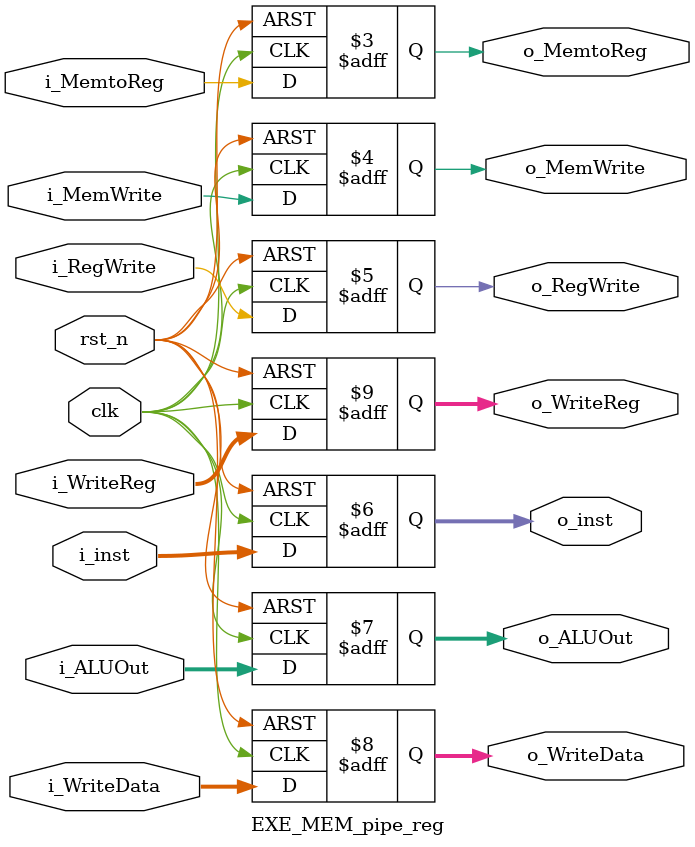
<source format=v>
module EXE_MEM_pipe_reg(
    input clk,
    input rst_n,

    //control signal
    input i_MemtoReg,
    input i_MemWrite,
    input i_RegWrite,
    
    output reg o_MemtoReg,
    output reg o_MemWrite,
    output reg o_RegWrite,
    
    //datapath signal
    input [31:0]    i_inst,
    input [31:0]    i_ALUOut,
    input [31:0]    i_WriteData,
    input [4:0]     i_WriteReg,
    
    output reg [31:0]   o_inst,
    output reg [31:0]   o_ALUOut,
    output reg [31:0]   o_WriteData,
    output reg [4:0]    o_WriteReg
    );
    
    always @(posedge clk, negedge rst_n)
    begin
        if(!rst_n)
        begin
        //control signal
        o_MemtoReg <= 1'b0;
        o_MemWrite <= 1'b0;
        o_RegWrite <= 1'b0;
        
        //datapath signal
        o_inst <= 32'h0;
        o_ALUOut <= 32'h0;
        o_WriteData <= 32'h0;
        o_WriteReg <= 5'h0;
        end
        else
        begin
        //control signal
        o_MemtoReg <= i_MemtoReg;
        o_MemWrite <= i_MemWrite;
        o_RegWrite <= i_RegWrite;
        
        //datapath signal
        o_inst <= i_inst;
        o_ALUOut <= i_ALUOut;
        o_WriteData <= i_WriteData;
        o_WriteReg <= i_WriteReg;
        end
    end
endmodule

</source>
